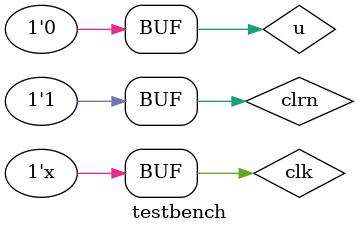
<source format=v>
`timescale 1ns / 1ps
module testbench;
    //INPUTS
    wire [2:0] currentState;
    reg clk;
    reg clrn;
    reg u;
    //OUTPUTS
    wire [2:0] nextState;//aka Next State
    wire [6:0] led;
   
    lab1 lab1(
        .u(u),
        .currentState(currentState),
        .clrn(clrn),
        .nextState(nextState),
        .led(led)
    );
    posEdgeDFF posEdgeDFF(
        .currentState(currentState),
        .clk(clk),
        .clrn(clrn),
        .nextState(nextState)//aka Next State
    );
    
    initial begin
        clk = 1;
        u = 1;
        clrn = 0;
        #1 clrn = 1;
        #15 u = 0;
        end
always
begin
 #1 clk = ~clk;
  end
  
endmodule

</source>
